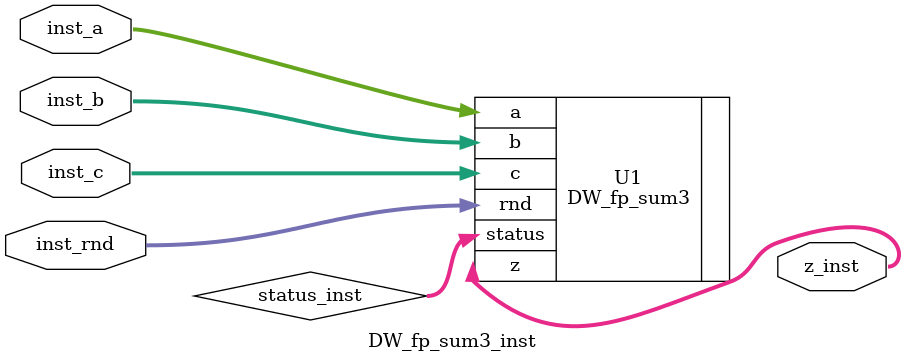
<source format=v>


module NN(
	// Input signals
	clk,
	rst_n,
	in_valid_i,
	in_valid_k,
	in_valid_o,
	Image1,
	Image2,
	Image3,
	Kernel1,
	Kernel2,
	Kernel3,
	Opt,
	// Output signals
	out_valid,
	out
);
//---------------------------------------------------------------------
//   PARAMETER
//---------------------------------------------------------------------

// IEEE floating point paramenters
parameter inst_sig_width = 23;
parameter inst_exp_width = 8;
parameter inst_ieee_compliance = 1;
parameter inst_arch = 2;
parameter img_size=4;

parameter IDLE    = 2'd0;
parameter INPUT = 2'd1;
parameter CALCULATE = 2'd2;
parameter OUTPUT = 2'd3;

integer i,j;
//---------------------------------------------------------------------
//   INPUT AND OUTPUT DECLARATION
//---------------------------------------------------------------------
input  clk, rst_n, in_valid_i, in_valid_k, in_valid_o;
input [inst_sig_width+inst_exp_width:0] Image1, Image2, Image3;
input [inst_sig_width+inst_exp_width:0] Kernel1, Kernel2, Kernel3;
input [1:0] Opt;
output reg	out_valid;
output reg [inst_sig_width+inst_exp_width:0] out;

//////////for input/////////
reg [1:0]op;//store input opt
reg [inst_sig_width+inst_exp_width:0]img1[3:0][3:0],img2[3:0][3:0],img3[3:0][3:0];//store input image
reg [inst_sig_width+inst_exp_width:0]kl[2:0][35:0]; //store input kernel
reg [1:0]img_input_idx1;
reg [1:0]img_input_idx2;
reg [6:0]kernel_input_idx;


///////////for control//////////////
wire [1:0]cmr;//current middle row;
wire [1:0]cmc;//current middle column;
wire pad_str = op[1];//padding strategy 0 is dupicate,1 is zero;
wire [inst_sig_width+inst_exp_width:0]sw1_0,sw1_1,sw1_2,sw1_3,sw1_4,sw1_5,sw1_6,sw1_7,sw1_8; //value of each slide windows
wire [inst_sig_width+inst_exp_width:0]sw2_0,sw2_1,sw2_2,sw2_3,sw2_4,sw2_5,sw2_6,sw2_7,sw2_8; //value of each slide windows
wire [inst_sig_width+inst_exp_width:0]sw3_0,sw3_1,sw3_2,sw3_3,sw3_4,sw3_5,sw3_6,sw3_7,sw3_8; //value of each slide windows
wire [1:0] sw_0r,sw_0c,sw_1r,sw_1c,sw_2r,sw_2c,sw_3r,sw_3c,sw_4r,sw_4c,sw_5r,sw_5c,sw_6r,sw_6c,sw_7r,sw_7c,sw_8r,sw_8c;
wire [4:0]dis;
wire [5:0]k0,k1,k2,k3,k4,k5,k6,k7,k8;
wire gt;//wheather x is >0
reg [1:0]ks;//kernel select
reg [2:0]pp_cnt;


//////////for calculation///////////
wire [2:0]round=3'b000;
wire [inst_sig_width+inst_exp_width:0]add_tmp0,add_tmp1,mul_out,x,div_out,exp_out; 
wire [inst_sig_width+inst_exp_width:0]add_tmp2,add_tmp3,add_tmp4,add_tmp5,mul_out0,mul_out1,mul_out2,u9_out,u10_out,u11_out,u12_out,sum0_out,sum1_out;
wire [inst_sig_width+inst_exp_width:0]mul_in0,mul_in1,sum_in0,sum_in1,sum_in2,sum_in3; 
reg [1:0]kernel_idx[3:0][1:0];//k[0][0] is row of kernel 1,k[0][1] is column of kernel 1
wire cond_0,cond_1,cond_2,cond_3,cond_4,cond_5,cond_6,cond_7,cond_8;
////////////FSM////////////////////
reg [1:0]next_state, current_state;



/****************************************/
//control 
/***************************************/

assign dis = ks*9;
assign k0 = dis;
assign k1 = dis+1;
assign k2 = dis+2;
assign k3 = dis+3;
assign k4 = dis+4;
assign k5 = dis+5;
assign k6 = dis+6;
assign k7 = dis+7;
assign k8 = dis+8;

assign cmc = kernel_idx[ks][1];
assign cmr = kernel_idx[ks][0];

assign sw_0r = (cmr==0 ?(0):(cmr-1));
assign sw_0c = (cmc==0 ?(0):(cmc-1));
assign sw_1r = (cmr==0 ?(0):(cmr-1));
assign sw_1c = cmc;
assign sw_2r = (cmr==0 ?(0):(cmr-1));
assign sw_2c = (cmc==img_size-1 ?cmc:cmc+1);
assign sw_3r = cmr;
assign sw_3c = (cmc==0 ?(0):(cmc-1));
assign sw_4r = cmr;
assign sw_4c = cmc;
assign sw_5r = cmr;
assign sw_5c = (cmc==img_size-1 ?cmc:cmc+1);
assign sw_6r = (cmr==img_size-1 ?cmr:cmr+1);
assign sw_6c = (cmc==0) ?0:cmc-1;
assign sw_7r = (cmr==img_size-1 ?cmr:cmr+1);
assign sw_7c = cmc;
assign sw_8r = (cmr==img_size-1 ?cmr:cmr+1);
assign sw_8c = (cmc==img_size-1 ?cmc:cmc+1);

assign cond_0 = (cmr==0||cmc==0)&&(pad_str==1);
assign cond_1 = (cmr==0)&&(pad_str==1);
assign cond_2 = (cmr==0||cmc==img_size-1)&&(pad_str==1);
assign cond_3 = (cmc==0)&&(pad_str==1);
assign cond_4 = (cmc==img_size-1)&&(pad_str==1);
assign cond_5 = (cmr==img_size-1||cmc==0)&&(pad_str==1);
assign cond_6 = (cmr==img_size-1)&&(pad_str==1);
assign cond_7 = (cmr==img_size-1||cmc==img_size-1)&&(pad_str==1);

assign sw1_0 = ((cond_0)?(0):(img1[sw_0r][sw_0c]));
assign sw1_1 = ((cond_1)?(0):(img1[sw_1r][sw_1c]));
assign sw1_2 = ((cond_2)?(0):(img1[sw_2r][sw_2c]));
assign sw1_3 = ((cond_3)?(0):(img1[sw_3r][sw_3c]));
assign sw1_4 = img1[sw_4r][sw_4c];
assign sw1_5 = ((cond_4)?(0):(img1[sw_5r][sw_5c]));
assign sw1_6 = ((cond_5)?(0):(img1[sw_6r][sw_6c]));
assign sw1_7 = ((cond_6)?(0):(img1[sw_7r][sw_7c]));
assign sw1_8 = ((cond_7)?(0):(img1[sw_8r][sw_8c]));

assign sw2_0 = ((cond_0)?(0):(img2[sw_0r][sw_0c]));
assign sw2_1 = ((cond_1)?(0):(img2[sw_1r][sw_1c]));
assign sw2_2 = ((cond_2)?(0):(img2[sw_2r][sw_2c]));
assign sw2_3 = ((cond_3)?(0):(img2[sw_3r][sw_3c]));
assign sw2_4 = img2[sw_4r][sw_4c];
assign sw2_5 = ((cond_4)?(0):(img2[sw_5r][sw_5c]));
assign sw2_6 = ((cond_5)?(0):(img2[sw_6r][sw_6c]));
assign sw2_7 = ((cond_6)?(0):(img2[sw_7r][sw_7c]));
assign sw2_8 = ((cond_7)?(0):(img2[sw_8r][sw_8c]));

assign sw3_0 = ((cond_0)?(0):(img3[sw_0r][sw_0c]));
assign sw3_1 = ((cond_1)?(0):(img3[sw_1r][sw_1c]));
assign sw3_2 = ((cond_2)?(0):(img3[sw_2r][sw_2c]));
assign sw3_3 = ((cond_3)?(0):(img3[sw_3r][sw_3c]));
assign sw3_4 = 				img3[sw_4r][sw_4c];
assign sw3_5 = ((cond_4)?(0):(img3[sw_5r][sw_5c]));
assign sw3_6 = ((cond_5)?(0):(img3[sw_6r][sw_6c]));
assign sw3_7 = ((cond_6)?(0):(img3[sw_7r][sw_7c]));
assign sw3_8 = ((cond_7)?(0):(img3[sw_8r][sw_8c]));

/****************************************/
//control end
/***************************************/




/*******************************/
//input start
/*********************************/
always@(posedge clk or negedge rst_n)begin
	if(!rst_n)begin
		op<=0;
	end
	else begin
		if(in_valid_o)
			op<=Opt;
	end
end
always@(posedge clk or negedge rst_n)begin
	if(!rst_n)begin
		img_input_idx1<=0;
		img_input_idx2<=0;
		for(i=0;i<4;i=i+1)
			for(j=0;j<4;j=j+1)begin
				img1[img_input_idx2][img_input_idx1] <= 0;
				img2[img_input_idx2][img_input_idx1] <= 0;
				img3[img_input_idx2][img_input_idx1] <= 0;		
			end
	end
	else begin
		if(in_valid_i)begin
			img_input_idx1<=img_input_idx1+1;
			if(img_input_idx1==3)img_input_idx2<=img_input_idx2+1;
			img1[img_input_idx2][img_input_idx1] <= Image1;
			img2[img_input_idx2][img_input_idx1] <= Image2;
			img3[img_input_idx2][img_input_idx1] <= Image3;
		end
		else begin
			img_input_idx1<=0;
			img_input_idx2<=0;
		end
	end
end
always@(posedge clk or negedge rst_n)begin
	if(!rst_n)begin
		for(i=0;i<36;i=i+1)begin
			kl[0][i]<=0;
			kl[1][i]<=0;
			kl[2][i]<=0;
		end
		kernel_input_idx<=0;
	end
	else begin
		if(in_valid_k)begin
			kl[0][kernel_input_idx]<=Kernel1;
			kl[1][kernel_input_idx]<=Kernel2;
			kl[2][kernel_input_idx]<=Kernel3;
			kernel_input_idx<=kernel_input_idx+1;
			if(kernel_input_idx==35)kernel_input_idx<=0;	
		end
	end
end
/**********************/
//input end
/***************************/

/******************************************/
///////FSM
//***************************************/

// Current State
always @(posedge clk or negedge rst_n) 
begin
    if (!rst_n) current_state <= IDLE;
    else        current_state <= next_state;
end

// Next State
reg started;
always @(*) 
begin
    if (!rst_n) next_state = IDLE;
    else begin
        case (current_state)
            IDLE: 
                if (in_valid_k) next_state = INPUT;
                else next_state = current_state;
			INPUT:
				if (pp_cnt==5) next_state = OUTPUT;
                else next_state = current_state;
			OUTPUT:
				if (pp_cnt==0) next_state = IDLE; 
                else next_state = current_state;
			default: next_state = current_state;
        endcase
    end
end

/**********************************************/
//FSM end 
//**********************************************/

/***********************************************/
//main control
/***********************************************/
reg start_cal;
reg [2:0]out_count;
always@(posedge clk or negedge rst_n)begin
	if(!rst_n)begin
		start_cal<=0;
	end
	else begin
		if(kernel_idx[3][0]== 3&& kernel_idx[3][1]== 3)begin
			start_cal<=0;
		end
		else if(kernel_input_idx>29)begin
			start_cal<=1;
		end

	end
end
always@(posedge clk or negedge rst_n)begin
	if(!rst_n)begin
		ks<=0;
		out_count<=0;
	end
	else begin
		if(current_state==IDLE)begin
			ks<=0;
			out_count<=0;		
		end
		else if(start_cal)
		begin
			out_count<=out_count+1;
			ks[0]<=~ks[0];
			if(out_count==7)ks[1]<=~ks[1];
		end
	end
end

always@(posedge clk or negedge rst_n)begin
	if(!rst_n)begin
		for(i=0;i<4;i=i+1)begin
			kernel_idx[i][0]<=0;
			kernel_idx[i][1]<=0;
		end
	end
	else begin
		if(start_cal)
		begin
			kernel_idx[ks][1]<=kernel_idx[ks][1]+1;
			if(kernel_idx[ks][1]==3)kernel_idx[ks][0]<=kernel_idx[ks][0]+1;
		end
		else 
		begin
			kernel_idx[3][0]<= 0;
			kernel_idx[3][1]<= 0;
		end
	end
end



always@(posedge clk or negedge rst_n)begin
	if(!rst_n)begin
		pp_cnt<=1;
	end
	else begin
		if(start_cal && pp_cnt!=5)
		begin
			pp_cnt<=pp_cnt+1;
		end
		else if(current_state==IDLE)
			pp_cnt<=1;
		else if(!start_cal&& current_state==OUTPUT)
			pp_cnt<=pp_cnt-1;
	end
end
/***********************************************/
//main control end
/***********************************************/


/********************************************/
//design ware/// 
/*******************************************/

//****************************1//
reg [inst_sig_width+inst_exp_width:0]reg_sw1_0,reg_sw1_1,reg_sw1_2,reg_sw1_3,reg_sw1_4,reg_sw1_5,reg_sw1_6,reg_sw1_7,reg_sw1_8;
reg [inst_sig_width+inst_exp_width:0]reg_sw2_0,reg_sw2_1,reg_sw2_2,reg_sw2_3,reg_sw2_4,reg_sw2_5,reg_sw2_6,reg_sw2_7,reg_sw2_8;
reg [inst_sig_width+inst_exp_width:0]reg_sw3_0,reg_sw3_1,reg_sw3_2,reg_sw3_3,reg_sw3_4,reg_sw3_5,reg_sw3_6,reg_sw3_7,reg_sw3_8;
reg [inst_sig_width+inst_exp_width:0]kl0_0,kl0_1,kl0_2,kl0_3,kl0_4,kl0_5,kl0_6,kl0_7,kl0_8;
reg [inst_sig_width+inst_exp_width:0]kl1_0,kl1_1,kl1_2,kl1_3,kl1_4,kl1_5,kl1_6,kl1_7,kl1_8;
reg [inst_sig_width+inst_exp_width:0]kl2_0,kl2_1,kl2_2,kl2_3,kl2_4,kl2_5,kl2_6,kl2_7,kl2_8;
reg [1:0]reg_op;

always@(posedge clk or negedge rst_n)begin
	if(!rst_n)begin
		reg_sw1_0 <= 0;
		reg_sw1_1 <= 0;
		reg_sw1_2 <= 0;
		reg_sw1_3 <= 0;
		reg_sw1_4 <= 0;
		reg_sw1_5 <= 0;
		reg_sw1_6 <= 0;
		reg_sw1_7 <= 0;
		reg_sw1_8 <= 0;
		kl0_0<=0;
		kl0_1<=0;
		kl0_2<=0;
		kl0_3<=0;
		kl0_4<=0;
		kl0_5<=0;
		kl0_6<=0;
		kl0_7<=0;
		kl0_8<=0;
	end
	else
	begin
		reg_sw1_0 <= sw1_0;
		reg_sw1_1 <= sw1_1;
		reg_sw1_2 <= sw1_2;
		reg_sw1_3 <= sw1_3;
		reg_sw1_4 <= sw1_4;
		reg_sw1_5 <= sw1_5;
		reg_sw1_6 <= sw1_6;
		reg_sw1_7 <= sw1_7;
		reg_sw1_8 <= sw1_8;
		kl0_0<=kl[0][k0];
		kl0_1<=kl[0][k1];
		kl0_2<=kl[0][k2];
		kl0_3<=kl[0][k3];
		kl0_4<=kl[0][k4];
		kl0_5<=kl[0][k5];
		kl0_6<=kl[0][k6];
		kl0_7<=kl[0][k7];
		kl0_8<=kl[0][k8];
	end
end
always@(posedge clk or negedge rst_n)begin
	if(!rst_n)begin
		reg_sw2_0 <= 0;
		reg_sw2_1 <= 0;
		reg_sw2_2 <= 0;
		reg_sw2_3 <= 0;
		reg_sw2_4 <= 0;
		reg_sw2_5 <= 0;
		reg_sw2_6 <= 0;
		reg_sw2_7 <= 0;
		reg_sw2_8 <= 0;
		kl1_0<=0;
		kl1_1<=0;
		kl1_2<=0;
		kl1_3<=0;
		kl1_4<=0;
		kl1_5<=0;
		kl1_6<=0;
		kl1_7<=0;
		kl1_8<=0;
	end
	else
	begin
		reg_sw2_0 <= sw2_0;
		reg_sw2_1 <= sw2_1;
		reg_sw2_2 <= sw2_2;
		reg_sw2_3 <= sw2_3;
		reg_sw2_4 <= sw2_4;
		reg_sw2_5 <= sw2_5;
		reg_sw2_6 <= sw2_6;
		reg_sw2_7 <= sw2_7;
		reg_sw2_8 <= sw2_8;
		kl1_0<=kl[1][k0];
		kl1_1<=kl[1][k1];
		kl1_2<=kl[1][k2];
		kl1_3<=kl[1][k3];
		kl1_4<=kl[1][k4];
		kl1_5<=kl[1][k5];
		kl1_6<=kl[1][k6];
		kl1_7<=kl[1][k7];
		kl1_8<=kl[1][k8];
	end
end
always@(posedge clk or negedge rst_n)begin

	if(!rst_n)begin
		reg_sw3_0 <= 0;
		reg_sw3_1 <= 0;
		reg_sw3_2 <= 0;
		reg_sw3_3 <= 0;
		reg_sw3_4 <= 0;
		reg_sw3_5 <= 0;
		reg_sw3_6 <= 0;
		reg_sw3_7 <= 0;
		reg_sw3_8 <= 0;
		kl2_0<=0;
		kl2_1<=0;
		kl2_2<=0;
		kl2_3<=0;
		kl2_4<=0;
		kl2_5<=0;
		kl2_6<=0;
		kl2_7<=0;
		kl2_8<=0;
	end
	else
	begin
		reg_sw3_0 <= sw3_0;
		reg_sw3_1 <= sw3_1;
		reg_sw3_2 <= sw3_2;
		reg_sw3_3 <= sw3_3;
		reg_sw3_4 <= sw3_4;
		reg_sw3_5 <= sw3_5;
		reg_sw3_6 <= sw3_6;
		reg_sw3_7 <= sw3_7;
		reg_sw3_8 <= sw3_8;
		kl2_0<=kl[2][k0];
		kl2_1<=kl[2][k1];
		kl2_2<=kl[2][k2];
		kl2_3<=kl[2][k3];
		kl2_4<=kl[2][k4];
		kl2_5<=kl[2][k5];
		kl2_6<=kl[2][k6];
		kl2_7<=kl[2][k7];
		kl2_8<=kl[2][k8];
	end
end
always@(posedge clk or negedge rst_n)begin
	if(!rst_n)begin
		reg_op  <= 0;
	end
	else
	begin
		reg_op  <= op;
	end
end
DW_fp_dp4_inst u0(reg_sw1_0,reg_sw1_1,reg_sw1_2,reg_sw1_3,kl0_0,kl0_1,kl0_2,kl0_3,round,add_tmp0);
DW_fp_dp4_inst u1(reg_sw1_4,reg_sw1_5,reg_sw1_6,reg_sw1_7,kl0_4,kl0_5,kl0_6,kl0_7,round,add_tmp1);
DW_fp_mult_inst u2(reg_sw1_8,kl0_8,round,mul_out0);

DW_fp_dp4_inst u3(reg_sw2_0,reg_sw2_1,reg_sw2_2,reg_sw2_3,kl1_0,kl1_1,kl1_2,kl1_3,round,add_tmp2);
DW_fp_dp4_inst u4(reg_sw2_4,reg_sw2_5,reg_sw2_6,reg_sw2_7,kl1_4,kl1_5,kl1_6,kl1_7,round,add_tmp3);
DW_fp_mult_inst u5(reg_sw2_8,kl1_8,round,mul_out1);

DW_fp_dp4_inst u6(reg_sw3_0,reg_sw3_1,reg_sw3_2,reg_sw3_3,kl2_0,kl2_1,kl2_2,kl2_3,round,add_tmp4);
DW_fp_dp4_inst u7(reg_sw3_4,reg_sw3_5,reg_sw3_6,reg_sw3_7,kl2_4,kl2_5,kl2_6,kl2_7,round,add_tmp5);
DW_fp_mult_inst u8(reg_sw3_8,kl2_8,round,mul_out2);

//****************************2//
reg [inst_sig_width+inst_exp_width:0]reg_add_tmp0,reg_add_tmp1,reg_add_tmp2,reg_add_tmp3,
		reg_add_tmp4,reg_add_tmp5,reg_mul_out0,reg_mul_out1,reg_mul_out2;
reg [1:0]reg_op2;
always@(posedge clk or negedge rst_n)begin
	if(!rst_n)begin
		reg_op2  <= 0;
	end
	else
	begin
		reg_op2  <= reg_op;
	end
end
always@(posedge clk or negedge rst_n)begin
	if(!rst_n)begin
		reg_add_tmp0 <= 0;
		reg_add_tmp1 <= 0;
		reg_add_tmp2 <= 0;
		reg_add_tmp3 <= 0;
		reg_add_tmp4 <= 0;
		reg_add_tmp5 <= 0;
		reg_mul_out0 <= 0;
		reg_mul_out1 <= 0;
		reg_mul_out2 <= 0;
	end
	else
	begin
		reg_add_tmp0 <= add_tmp0;
		reg_add_tmp1 <= add_tmp1;
		reg_add_tmp2 <= add_tmp2;
		reg_add_tmp3 <= add_tmp3;
		reg_add_tmp4 <= add_tmp4;
		reg_add_tmp5 <= add_tmp5;
		reg_mul_out0 <= mul_out0;
		reg_mul_out1 <= mul_out1;
		reg_mul_out2 <= mul_out2;
	end
end
DW_fp_sum3_inst u9(reg_add_tmp0,reg_add_tmp1,reg_mul_out0,round,u9_out);
DW_fp_sum3_inst u10(reg_add_tmp2,reg_add_tmp3,reg_mul_out1,round,u10_out);
DW_fp_sum3_inst u11(reg_add_tmp4,reg_add_tmp5,reg_mul_out2,round,u11_out);
DW_fp_sum3_inst u12(u9_out,u10_out,u11_out,round,u12_out);
//****************************3//

reg [1:0]reg_op3;
reg [inst_sig_width+inst_exp_width:0]reg_u12_out;
always@(posedge clk or negedge rst_n)begin
	if(!rst_n)begin
		reg_op3  <= 0;
		reg_u12_out  <= 0;
	end
	else
	begin
		reg_op3  <= reg_op2;
		reg_u12_out  <= u12_out;
	end
end


DW_fp_mult_inst mul(reg_u12_out,32'h3DCCCCCC,round,mul_out);

//****************************4//




reg [1:0]reg_op4;
reg [inst_sig_width+inst_exp_width:0]reg_u12_out2,reg_mul_out;
wire [inst_sig_width+inst_exp_width:0]exp2_out;
wire [inst_sig_width+inst_exp_width:0]neg_reg_u12_out;
always@(posedge clk or negedge rst_n)begin
	if(!rst_n)begin
		reg_op4  <= 0;
		reg_u12_out2  <= 0;
		reg_mul_out<=0;
	end
	else
	begin
		reg_op4  <= reg_op3;
		reg_u12_out2  <= reg_u12_out;
		reg_mul_out<=mul_out;
	end
end
assign neg_reg_u12_out = {~reg_u12_out2[31],reg_u12_out2[30:0]};
DW_fp_exp_inst u13(reg_u12_out2,exp_out);    //exp(x)
DW_fp_exp_inst exp2(neg_reg_u12_out,exp2_out);//exp(-x)
//**************************************5//
reg [1:0]reg_op5;
reg [inst_sig_width+inst_exp_width:0]reg_mul_out2_2,reg_exp_out,reg_exp2_out,reg_u12_out3;
always@(posedge clk or negedge rst_n)begin
if(!rst_n)begin
		reg_op5  <= 0;
		reg_exp_out<=0;
		reg_exp2_out<=0;
		reg_mul_out2_2<=0;
		reg_u12_out3<=0;
	end
	else 
	begin
		reg_op5  <= reg_op4;
		reg_exp_out<=exp_out;
		reg_exp2_out<=exp2_out;
		reg_mul_out2_2<=reg_mul_out;
		reg_u12_out3<=reg_u12_out2;
	end
end
assign sum_in0 = (reg_op5==2 ?32'h3F800000:reg_exp_out);//1
assign sum_in1 = reg_exp2_out;
assign sum_in2 = (reg_op5==2 ?32'h3F800000:{~reg_exp2_out[31],reg_exp2_out[30:0]});
assign sum_in3 = (reg_op5==2 ?0:reg_exp_out);

DW_fp_add_inst sum0(sum_in0,sum_in1,round,sum0_out);
DW_fp_add_inst sum1(sum_in2,sum_in3,round,sum1_out);

DW_fp_div_inst u14(sum1_out,sum0_out,round,div_out);


/********************************************/
//design ware end
/*******************************************/







/*********************************************/
//output
/**********************************************/
assign gt = ~reg_u12_out3[31];
always@(posedge clk or negedge rst_n)begin
	if(!rst_n)begin
		out_valid<=0;
		out<=0;
		started<=0;
	end
	else begin
		if(current_state==OUTPUT)begin
			if(kernel_idx[0][0]==3)started<=1;
			out_valid<=1;
			if(reg_op5==0)begin
				if(gt)out<=reg_u12_out3;
				else out<=0;
			end
			else if(reg_op5==1)begin
				if(gt)out<=reg_u12_out3;
				else out<=reg_mul_out2_2;
			end
			else
				out<=div_out;
		end
		else begin
			out_valid<=0;
			out<=0;
			started<=0;
		end
	end
end


/*********************************************/
//output end
/**********************************************/


endmodule









module DW_fp_dp4_inst( inst_a, inst_b, inst_c, inst_d, inst_e,
inst_f, inst_g, inst_h, inst_rnd,z_inst
);
parameter inst_sig_width = 23;
parameter inst_exp_width = 8;
parameter inst_ieee_compliance = 1;
parameter inst_arch_type = 1;

input [inst_sig_width+inst_exp_width : 0] inst_a;
input [inst_sig_width+inst_exp_width : 0] inst_b;
input [inst_sig_width+inst_exp_width : 0] inst_c;
input [inst_sig_width+inst_exp_width : 0] inst_d;
input [inst_sig_width+inst_exp_width : 0] inst_e;
input [inst_sig_width+inst_exp_width : 0] inst_f;
input [inst_sig_width+inst_exp_width : 0] inst_g;
input [inst_sig_width+inst_exp_width : 0] inst_h;
input [2 : 0] inst_rnd;
output [inst_sig_width+inst_exp_width : 0] z_inst;
// Instance of DW_fp_dp4
wire[7:0]status_inst;
DW_fp_dp4 #(inst_sig_width, inst_exp_width, inst_ieee_compliance, inst_arch_type)
U1 (
.a(inst_a),
.b(inst_e),
.c(inst_b),
.d(inst_f),
.e(inst_c),
.f(inst_g),
.g(inst_d),
.h(inst_h),
.rnd(inst_rnd),
.z(z_inst),
.status(status_inst));
endmodule


module DW_fp_mult_inst( inst_a, inst_b, inst_rnd ,z_inst);
parameter sig_width = 23;
parameter exp_width = 8;
parameter ieee_compliance = 1;
input [sig_width+exp_width : 0] inst_a;
input [sig_width+exp_width : 0] inst_b;
input [2 : 0] inst_rnd;
output [sig_width+exp_width : 0] z_inst;
 // Instance of DW_fp_mult
 DW_fp_mult #(sig_width, exp_width, ieee_compliance)
 U1 ( .a(inst_a), .b(inst_b), .rnd(inst_rnd), .z(z_inst) );
endmodule





module DW_fp_add_inst( inst_a, inst_b, inst_rnd, z_inst);
parameter sig_width = 23;
parameter exp_width = 8;
parameter ieee_compliance = 1;
input [sig_width+exp_width : 0] inst_a;
input [sig_width+exp_width : 0] inst_b;
input [2 : 0] inst_rnd;
output [sig_width+exp_width : 0] z_inst;
wire [7 : 0] status_inst;
 // Instance of DW_fp_add
 DW_fp_add #(sig_width, exp_width, ieee_compliance)
 U1 ( .a(inst_a), .b(inst_b), .rnd(inst_rnd), .z(z_inst), .status(status_inst) );
endmodule


module DW_fp_div_inst( inst_a, inst_b, inst_rnd, z_inst );
parameter sig_width = 23;
parameter exp_width = 8;
parameter ieee_compliance = 1;
parameter faithful_round = 0;
input [sig_width+exp_width : 0] inst_a;
input [sig_width+exp_width : 0] inst_b;
input [2 : 0] inst_rnd;
output [sig_width+exp_width : 0] z_inst;
wire [7 : 0] status_inst;
 // Instance of DW_fp_div
DW_fp_div #(sig_width, exp_width, ieee_compliance, faithful_round) U1
( .a(inst_a), .b(inst_b), .rnd(inst_rnd), .z(z_inst), .status(status_inst)
);
endmodule


module DW_fp_exp_inst( inst_a, z_inst );
parameter inst_sig_width = 23;
parameter inst_exp_width = 8;
parameter inst_ieee_compliance = 1;
parameter inst_arch = 2;
input [inst_sig_width+inst_exp_width : 0] inst_a;
output [inst_sig_width+inst_exp_width : 0] z_inst;
wire [7 : 0] status_inst;
 // Instance of DW_fp_exp
 DW_fp_exp #(inst_sig_width, inst_exp_width, inst_ieee_compliance, inst_arch) U1 (
.a(inst_a),
.z(z_inst),
.status(status_inst) );
endmodule



module DW_fp_sum3_inst( inst_a, inst_b, inst_c, inst_rnd, z_inst);
parameter inst_sig_width = 23;
parameter inst_exp_width = 8;
parameter inst_ieee_compliance = 1;
parameter inst_arch_type = 0;
input [inst_sig_width+inst_exp_width : 0] inst_a;
input [inst_sig_width+inst_exp_width : 0] inst_b;
input [inst_sig_width+inst_exp_width : 0] inst_c;
input [2 : 0] inst_rnd;
output [inst_sig_width+inst_exp_width : 0] z_inst;
wire [7 : 0] status_inst;
 // Instance of DW_fp_sum3
 DW_fp_sum3 #(inst_sig_width, inst_exp_width, inst_ieee_compliance, inst_arch_type)
U1 (
.a(inst_a),
.b(inst_b),
.c(inst_c),
.rnd(inst_rnd),
.z(z_inst),
.status(status_inst) );
endmodule
</source>
